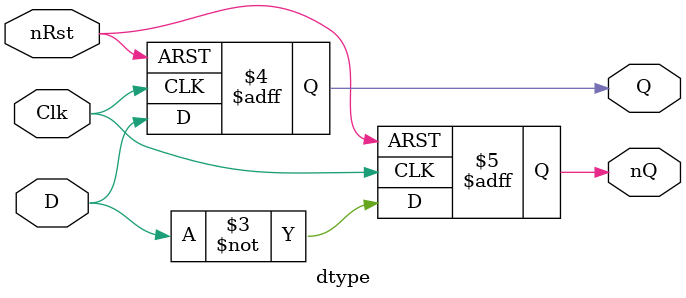
<source format=v>

module dtype(
  output reg Q, nQ,
  input wire D, Clk, nRst
  );


always@(posedge Clk, negedge nRst) begin
  if(~nRst) begin
    Q  <= 1'b0;
    nQ <= 1'b1;
  end else begin
    Q  <= D;
    nQ <= ~D;
  end
end

endmodule

</source>
